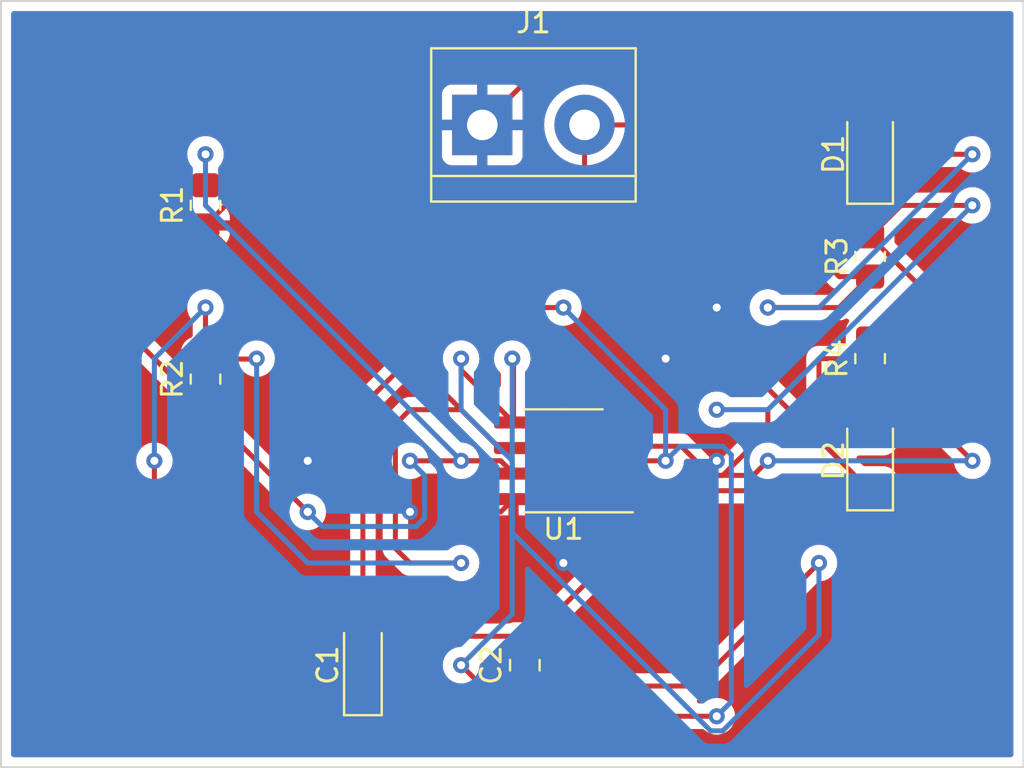
<source format=kicad_pcb>
(kicad_pcb (version 20211014) (generator pcbnew)
  (layers (0 "F.Cu" signal) (31 "B.Cu" signal) (34 "B.Paste" user) (35 "F.Paste" user) (36 "B.SilkS" user "B.Silkscreen") (37 "F.SilkS" user "F.Silkscreen") (38 "B.Mask" user) (39 "F.Mask" user) (44 "Edge.Cuts" user))
  (net 0 "")
  (net 1 "/pin_2")
  (net 2 "GND")
  (net 3 "Net-(C2-Pad1)")
  (net 4 "Net-(D1-Pad1)")
  (net 5 "+9V")
  (net 6 "Net-(D2-Pad2)")
  (net 7 "/pin_7")
  (net 8 "/pin_3")
  (footprint "Resistor_SMD:R_0805_2012Metric_Pad1.20x1.40mm_HandSolder" (layer "F.Cu") (at 144.78 83.82 90)
    (fp_text reference "R3" (at 0 -1.65 90) (layer "F.SilkS"))
    (fp_text value "1k")
    (fp_line (start -0.227064 0.735) (end 0.227064 0.735) (layer "F.SilkS") (width 0.12))
    (fp_line (start -0.227064 -0.735) (end 0.227064 -0.735) (layer "F.SilkS") (width 0.12))
    (pad "1" smd roundrect (at -1 0 90) (size 1.2 1.4) (layers "F.Cu" "F.Paste" "F.Mask") (roundrect_rratio 0.2083333333) (net 4 "Net-(D1-Pad1)"))
    (pad "2" smd roundrect (at 1 0 90) (size 1.2 1.4) (layers "F.Cu" "F.Paste" "F.Mask") (roundrect_rratio 0.2083333333) (net 8 "/pin_3"))
  )
  (footprint "Resistor_SMD:R_0805_2012Metric_Pad1.20x1.40mm_HandSolder" (layer "F.Cu") (at 144.78 88.9 90)
    (fp_text reference "R4" (at 0 -1.65 90) (layer "F.SilkS"))
    (fp_text value "1k")
    (fp_line (start -0.227064 0.735) (end 0.227064 0.735) (layer "F.SilkS") (width 0.12))
    (fp_line (start -0.227064 -0.735) (end 0.227064 -0.735) (layer "F.SilkS") (width 0.12))
    (pad "1" smd roundrect (at -1 0 90) (size 1.2 1.4) (layers "F.Cu" "F.Paste" "F.Mask") (roundrect_rratio 0.2083333333) (net 8 "/pin_3"))
    (pad "2" smd roundrect (at 1 0 90) (size 1.2 1.4) (layers "F.Cu" "F.Paste" "F.Mask") (roundrect_rratio 0.2083333333) (net 6 "Net-(D2-Pad2)"))
  )
  (footprint "Resistor_SMD:R_0805_2012Metric_Pad1.20x1.40mm_HandSolder" (layer "F.Cu") (at 111.76 81.28 90)
    (fp_text reference "R1" (at 0 -1.65 90) (layer "F.SilkS"))
    (fp_text value "1k")
    (fp_line (start -0.227064 0.735) (end 0.227064 0.735) (layer "F.SilkS") (width 0.12))
    (fp_line (start -0.227064 -0.735) (end 0.227064 -0.735) (layer "F.SilkS") (width 0.12))
    (pad "1" smd roundrect (at -1 0 90) (size 1.2 1.4) (layers "F.Cu" "F.Paste" "F.Mask") (roundrect_rratio 0.2083333333) (net 5 "+9V"))
    (pad "2" smd roundrect (at 1 0 90) (size 1.2 1.4) (layers "F.Cu" "F.Paste" "F.Mask") (roundrect_rratio 0.2083333333) (net 7 "/pin_7"))
  )
  (footprint "LED_SMD:LED_1206_3216Metric_Pad1.42x1.75mm_HandSolder" (layer "F.Cu") (at 144.78 78.74 90)
    (fp_text reference "D1" (at 0 -1.82 90) (layer "F.SilkS"))
    (fp_text value "LED")
    (fp_line (start 1.6 -1.135) (end -2.46 -1.135) (layer "F.SilkS") (width 0.12))
    (fp_line (start -2.46 -1.135) (end -2.46 1.135) (layer "F.SilkS") (width 0.12))
    (fp_line (start -2.46 1.135) (end 1.6 1.135) (layer "F.SilkS") (width 0.12))
    (pad "1" smd roundrect (at -1.4875 0 90) (size 1.425 1.75) (layers "F.Cu" "F.Paste" "F.Mask") (roundrect_rratio 0.1754392982) (net 4 "Net-(D1-Pad1)"))
    (pad "2" smd roundrect (at 1.4875 0 90) (size 1.425 1.75) (layers "F.Cu" "F.Paste" "F.Mask") (roundrect_rratio 0.1754392982) (net 5 "+9V"))
  )
  (footprint "TerminalBlock:TerminalBlock_bornier-2_P5.08mm" (layer "F.Cu") (at 125.5125 77.28125)
    (fp_text reference "J1" (at 2.54 -5.08) (layer "F.SilkS"))
    (fp_text value "Conn_01x02_Male")
    (fp_line (start 7.62 2.54) (end -2.54 2.54) (layer "F.SilkS") (width 0.12))
    (fp_line (start 7.62 3.81) (end 7.62 -3.81) (layer "F.SilkS") (width 0.12))
    (fp_line (start -2.54 3.81) (end 7.62 3.81) (layer "F.SilkS") (width 0.12))
    (fp_line (start 7.62 -3.81) (end -2.54 -3.81) (layer "F.SilkS") (width 0.12))
    (fp_line (start -2.54 -3.81) (end -2.54 3.81) (layer "F.SilkS") (width 0.12))
    (pad "1" thru_hole rect (at 0 0) (size 3 3) (drill 1.52) (layers *.Cu *.Mask) (net 5 "+9V"))
    (pad "2" thru_hole circle (at 5.08 0) (size 3 3) (drill 1.52) (layers *.Cu *.Mask) (net 2 "GND"))
  )
  (footprint "Resistor_SMD:R_0805_2012Metric_Pad1.20x1.40mm_HandSolder" (layer "F.Cu") (at 111.76 89.92 90)
    (fp_text reference "R2" (at 0 -1.65 90) (layer "F.SilkS"))
    (fp_text value "10k")
    (fp_line (start -0.227064 0.735) (end 0.227064 0.735) (layer "F.SilkS") (width 0.12))
    (fp_line (start -0.227064 -0.735) (end 0.227064 -0.735) (layer "F.SilkS") (width 0.12))
    (pad "1" smd roundrect (at -1 0 90) (size 1.2 1.4) (layers "F.Cu" "F.Paste" "F.Mask") (roundrect_rratio 0.2083333333) (net 7 "/pin_7"))
    (pad "2" smd roundrect (at 1 0 90) (size 1.2 1.4) (layers "F.Cu" "F.Paste" "F.Mask") (roundrect_rratio 0.2083333333) (net 1 "/pin_2"))
  )
  (footprint "Capacitor_Tantalum_SMD:CP_EIA-3216-18_Kemet-A_Pad1.58x1.35mm_HandSolder" (layer "F.Cu") (at 119.58 104.14 90)
    (fp_text reference "C1" (at 0 -1.75 90) (layer "F.SilkS"))
    (fp_text value "10uF")
    (fp_line (start -2.485 -0.935) (end -2.485 0.935) (layer "F.SilkS") (width 0.12))
    (fp_line (start 1.6 -0.935) (end -2.485 -0.935) (layer "F.SilkS") (width 0.12))
    (fp_line (start -2.485 0.935) (end 1.6 0.935) (layer "F.SilkS") (width 0.12))
    (pad "1" smd roundrect (at -1.4375 0 90) (size 1.575 1.35) (layers "F.Cu" "F.Paste" "F.Mask") (roundrect_rratio 0.1851851852) (net 1 "/pin_2"))
    (pad "2" smd roundrect (at 1.4375 0 90) (size 1.575 1.35) (layers "F.Cu" "F.Paste" "F.Mask") (roundrect_rratio 0.1851851852) (net 2 "GND"))
  )
  (footprint "Package_SO:SOIC-8-1EP_3.9x4.9mm_P1.27mm_EP2.29x3mm" (layer "F.Cu") (at 129.54 93.98 180)
    (fp_text reference "U1" (at 0 -3.4) (layer "F.SilkS"))
    (fp_text value "NE555D")
    (fp_line (start 0 2.56) (end -1.95 2.56) (layer "F.SilkS") (width 0.12))
    (fp_line (start 0 2.56) (end 1.95 2.56) (layer "F.SilkS") (width 0.12))
    (fp_line (start 0 -2.56) (end -3.45 -2.56) (layer "F.SilkS") (width 0.12))
    (fp_line (start 0 -2.56) (end 1.95 -2.56) (layer "F.SilkS") (width 0.12))
    (pad "1" smd roundrect (at -2.475 -1.905 180) (size 1.95 0.6) (layers "F.Cu" "F.Paste" "F.Mask") (net 2 "GND"))
    (pad "2" smd roundrect (at -2.475 -0.635 180) (size 1.95 0.6) (layers "F.Cu" "F.Paste" "F.Mask") (net 1 "/pin_2"))
    (pad "3" smd roundrect (at -2.475 0.635 180) (size 1.95 0.6) (layers "F.Cu" "F.Paste" "F.Mask") (net 8 "/pin_3"))
    (pad "4" smd roundrect (at -2.475 1.905 180) (size 1.95 0.6) (layers "F.Cu" "F.Paste" "F.Mask") (net 5 "+9V"))
    (pad "5" smd roundrect (at 2.475 1.905 180) (size 1.95 0.6) (layers "F.Cu" "F.Paste" "F.Mask") (net 3 "Net-(C2-Pad1)"))
    (pad "6" smd roundrect (at 2.475 0.635 180) (size 1.95 0.6) (layers "F.Cu" "F.Paste" "F.Mask") (net 1 "/pin_2"))
    (pad "7" smd roundrect (at 2.475 -0.635 180) (size 1.95 0.6) (layers "F.Cu" "F.Paste" "F.Mask") (net 7 "/pin_7"))
    (pad "8" smd roundrect (at 2.475 -1.905 180) (size 1.95 0.6) (layers "F.Cu" "F.Paste" "F.Mask") (net 5 "+9V"))
    (pad "9" smd rect (at 0 0 180) (size 2.29 3) (layers "F.Cu" "F.Mask"))
  )
  (footprint "Capacitor_SMD:C_0805_2012Metric_Pad1.18x1.45mm_HandSolder" (layer "F.Cu") (at 127.625 104.14 90)
    (fp_text reference "C2" (at 0 -1.68 270) (layer "F.SilkS"))
    (fp_text value "0.01uF")
    (fp_line (start -0.261252 0.735) (end 0.261252 0.735) (layer "F.SilkS") (width 0.12))
    (fp_line (start -0.261252 -0.735) (end 0.261252 -0.735) (layer "F.SilkS") (width 0.12))
    (pad "1" smd roundrect (at -1.0375 0 90) (size 1.175 1.45) (layers "F.Cu" "F.Paste" "F.Mask") (roundrect_rratio 0.2127659574) (net 3 "Net-(C2-Pad1)"))
    (pad "2" smd roundrect (at 1.0375 0 90) (size 1.175 1.45) (layers "F.Cu" "F.Paste" "F.Mask") (roundrect_rratio 0.2127659574) (net 2 "GND"))
  )
  (footprint "LED_SMD:LED_1206_3216Metric_Pad1.42x1.75mm_HandSolder" (layer "F.Cu") (at 144.78 93.98 90)
    (fp_text reference "D2" (at 0 -1.82 90) (layer "F.SilkS"))
    (fp_text value "LED")
    (fp_line (start -2.46 -1.135) (end -2.46 1.135) (layer "F.SilkS") (width 0.12))
    (fp_line (start -2.46 1.135) (end 1.6 1.135) (layer "F.SilkS") (width 0.12))
    (fp_line (start 1.6 -1.135) (end -2.46 -1.135) (layer "F.SilkS") (width 0.12))
    (pad "1" smd roundrect (at -1.4875 0 90) (size 1.425 1.75) (layers "F.Cu" "F.Paste" "F.Mask") (roundrect_rratio 0.1754392982) (net 2 "GND"))
    (pad "2" smd roundrect (at 1.4875 0 90) (size 1.425 1.75) (layers "F.Cu" "F.Paste" "F.Mask") (roundrect_rratio 0.1754392982) (net 6 "Net-(D2-Pad2)"))
  )
  (gr_rect (start 101.6 71.12) (end 152.4 109.22) (layer "Edge.Cuts") (width 0.1) (fill none))
  (segment (start 109.22 95.2175) (end 109.22 93.98) (width 0.25) (layer "F.Cu") (net 1))
  (segment (start 132.65 93.98) (end 134.62 93.98) (width 0.25) (layer "F.Cu") (net 1))
  (segment (start 121.92 91.44) (end 121.195 92.165) (width 0.25) (layer "F.Cu") (net 1))
  (segment (start 126.365 93.345) (end 124.46 91.44) (width 0.25) (layer "F.Cu") (net 1))
  (segment (start 114.28 88.92) (end 114.3 88.9) (width 0.25) (layer "F.Cu") (net 1))
  (segment (start 127.065 93.345) (end 126.365 93.345) (width 0.25) (layer "F.Cu") (net 1))
  (segment (start 124.46 91.44) (end 121.92 91.44) (width 0.25) (layer "F.Cu") (net 1))
  (segment (start 111.76 88.92) (end 114.28 88.92) (width 0.25) (layer "F.Cu") (net 1))
  (segment (start 125.096396 86.36) (end 129.54 86.36) (width 0.25) (layer "F.Cu") (net 1))
  (segment (start 127.065 93.345) (end 127 93.41) (width 0.25) (layer "F.Cu") (net 1))
  (segment (start 111.76 88.92) (end 111.76 86.36) (width 0.25) (layer "F.Cu") (net 1))
  (segment (start 119.58 105.5775) (end 109.22 95.2175) (width 0.25) (layer "F.Cu") (net 1))
  (segment (start 121.195 98.335) (end 121.92 99.06) (width 0.25) (layer "F.Cu") (net 1))
  (segment (start 132.015 94.615) (end 132.65 93.98) (width 0.25) (layer "F.Cu") (net 1))
  (segment (start 126.43 93.41) (end 122.238198 89.218198) (width 0.25) (layer "F.Cu") (net 1))
  (segment (start 121.92 99.06) (end 124.46 99.06) (width 0.25) (layer "F.Cu") (net 1))
  (segment (start 127 93.41) (end 126.43 93.41) (width 0.25) (layer "F.Cu") (net 1))
  (segment (start 119.58 105.5775) (end 120.6825 106.68) (width 0.25) (layer "F.Cu") (net 1))
  (segment (start 122.238198 89.218198) (end 125.096396 86.36) (width 0.25) (layer "F.Cu") (net 1))
  (segment (start 121.195 92.165) (end 121.195 98.335) (width 0.25) (layer "F.Cu") (net 1))
  (segment (start 120.6825 106.68) (end 137.16 106.68) (width 0.25) (layer "F.Cu") (net 1))
  (via (at 114.3 88.9) (size 0.8) (drill 0.4) (layers "F.Cu" "B.Cu") (net 1))
  (via (at 129.54 86.36) (size 0.8) (drill 0.4) (layers "F.Cu" "B.Cu") (net 1))
  (via (at 134.62 93.98) (size 0.8) (drill 0.4) (layers "F.Cu" "B.Cu") (net 1))
  (via (at 137.16 106.68) (size 0.8) (drill 0.4) (layers "F.Cu" "B.Cu") (net 1))
  (via (at 109.22 93.98) (size 0.8) (drill 0.4) (layers "F.Cu" "B.Cu") (net 1))
  (via (at 111.76 86.36) (size 0.8) (drill 0.4) (layers "F.Cu" "B.Cu") (net 1))
  (via (at 124.46 99.06) (size 0.8) (drill 0.4) (layers "F.Cu" "B.Cu") (net 1))
  (segment (start 137.460305 93.255) (end 137.885 93.679695) (width 0.25) (layer "B.Cu") (net 1))
  (segment (start 134.62 93.98) (end 135.345 93.255) (width 0.25) (layer "B.Cu") (net 1))
  (segment (start 134.62 91.44) (end 134.62 93.98) (width 0.25) (layer "B.Cu") (net 1))
  (segment (start 135.345 93.255) (end 137.460305 93.255) (width 0.25) (layer "B.Cu") (net 1))
  (segment (start 116.84 99.06) (end 114.3 96.52) (width 0.25) (layer "B.Cu") (net 1))
  (segment (start 109.22 93.98) (end 109.22 88.9) (width 0.25) (layer "B.Cu") (net 1))
  (segment (start 137.885 105.955) (end 137.16 106.68) (width 0.25) (layer "B.Cu") (net 1))
  (segment (start 124.46 99.06) (end 116.84 99.06) (width 0.25) (layer "B.Cu") (net 1))
  (segment (start 114.3 96.52) (end 114.3 88.9) (width 0.25) (layer "B.Cu") (net 1))
  (segment (start 109.22 88.9) (end 111.76 86.36) (width 0.25) (layer "B.Cu") (net 1))
  (segment (start 129.54 86.36) (end 134.62 91.44) (width 0.25) (layer "B.Cu") (net 1))
  (segment (start 137.885 93.679695) (end 137.885 105.955) (width 0.25) (layer "B.Cu") (net 1))
  (segment (start 127.225 102.7025) (end 119.58 102.7025) (width 0.25) (layer "F.Cu") (net 2))
  (segment (start 127.625 103.1025) (end 127.225 102.7025) (width 0.25) (layer "F.Cu") (net 2))
  (segment (start 119.58 91.24) (end 130.5925 80.2275) (width 0.25) (layer "F.Cu") (net 2))
  (segment (start 130.5925 80.2275) (end 130.5925 77.28125) (width 0.25) (layer "F.Cu") (net 2))
  (segment (start 134.62 85.3075) (end 144.78 95.4675) (width 0.25) (layer "F.Cu") (net 2))
  (segment (start 134.62 77.28125) (end 130.5925 77.28125) (width 0.25) (layer "F.Cu") (net 2))
  (segment (start 132.015 95.885) (end 132.015 98.7125) (width 0.25) (layer "F.Cu") (net 2))
  (segment (start 132.015 95.885) (end 132.4325 95.4675) (width 0.25) (layer "F.Cu") (net 2))
  (segment (start 119.58 102.7025) (end 119.58 91.24) (width 0.25) (layer "F.Cu") (net 2))
  (segment (start 132.4325 95.4675) (end 144.78 95.4675) (width 0.25) (layer "F.Cu") (net 2))
  (segment (start 132.015 98.7125) (end 127.625 103.1025) (width 0.25) (layer "F.Cu") (net 2))
  (segment (start 134.62 77.28125) (end 134.62 85.3075) (width 0.25) (layer "F.Cu") (net 2))
  (segment (start 130.5925 77.28125) (end 130.99875 77.28125) (width 0.25) (layer "B.Cu") (net 2))
  (segment (start 127.065 92.075) (end 124.46 89.47) (width 0.25) (layer "F.Cu") (net 3))
  (segment (start 136.1225 105.1775) (end 142.24 99.06) (width 0.25) (layer "F.Cu") (net 3))
  (segment (start 127.625 106.055) (end 127.45 106.23) (width 0.25) (layer "F.Cu") (net 3))
  (segment (start 127.45 106.23) (end 126.55 106.23) (width 0.25) (layer "F.Cu") (net 3))
  (segment (start 127.065 92.075) (end 127.065 88.965) (width 0.25) (layer "F.Cu") (net 3))
  (segment (start 124.46 89.47) (end 124.46 88.9) (width 0.25) (layer "F.Cu") (net 3))
  (segment (start 127.625 105.1775) (end 127.625 106.055) (width 0.25) (layer "F.Cu") (net 3))
  (segment (start 127.065 88.965) (end 127 88.9) (width 0.25) (layer "F.Cu") (net 3))
  (segment (start 126.55 106.23) (end 124.46 104.14) (width 0.25) (layer "F.Cu") (net 3))
  (segment (start 127.625 105.1775) (end 136.1225 105.1775) (width 0.25) (layer "F.Cu") (net 3))
  (via (at 142.24 99.06) (size 0.8) (drill 0.4) (layers "F.Cu" "B.Cu") (net 3))
  (via (at 127 88.9) (size 0.8) (drill 0.4) (layers "F.Cu" "B.Cu") (net 3))
  (via (at 124.46 104.14) (size 0.8) (drill 0.4) (layers "F.Cu" "B.Cu") (net 3))
  (via (at 124.46 88.9) (size 0.8) (drill 0.4) (layers "F.Cu" "B.Cu") (net 3))
  (segment (start 124.46 88.9) (end 124.46 91.44) (width 0.25) (layer "B.Cu") (net 3))
  (segment (start 136.859695 107.405) (end 137.460305 107.405) (width 0.25) (layer "B.Cu") (net 3))
  (segment (start 142.24 102.625305) (end 142.24 99.06) (width 0.25) (layer "B.Cu") (net 3))
  (segment (start 137.460305 107.405) (end 142.24 102.625305) (width 0.25) (layer "B.Cu") (net 3))
  (segment (start 127 97.545305) (end 136.859695 107.405) (width 0.25) (layer "B.Cu") (net 3))
  (segment (start 127 93.98) (end 127 101.6) (width 0.25) (layer "B.Cu") (net 3))
  (segment (start 124.46 91.44) (end 127 93.98) (width 0.25) (layer "B.Cu") (net 3))
  (segment (start 127 88.9) (end 127 97.545305) (width 0.25) (layer "B.Cu") (net 3))
  (segment (start 127 101.6) (end 124.46 104.14) (width 0.25) (layer "B.Cu") (net 3))
  (segment (start 144.78 84.82) (end 143.24 86.36) (width 0.25) (layer "F.Cu") (net 4))
  (segment (start 143.24 86.36) (end 139.7 86.36) (width 0.25) (layer "F.Cu") (net 4))
  (segment (start 146.2675 78.74) (end 149.86 78.74) (width 0.25) (layer "F.Cu") (net 4))
  (segment (start 144.78 80.2275) (end 142.24 82.7675) (width 0.25) (layer "F.Cu") (net 4))
  (segment (start 142.24 83.82) (end 143.24 84.82) (width 0.25) (layer "F.Cu") (net 4))
  (segment (start 144.78 80.2275) (end 146.2675 78.74) (width 0.25) (layer "F.Cu") (net 4))
  (segment (start 142.24 82.7675) (end 142.24 83.82) (width 0.25) (layer "F.Cu") (net 4))
  (segment (start 143.24 84.82) (end 144.78 84.82) (width 0.25) (layer "F.Cu") (net 4))
  (via (at 149.86 78.74) (size 0.8) (drill 0.4) (layers "F.Cu" "B.Cu") (net 4))
  (via (at 139.7 86.36) (size 0.8) (drill 0.4) (layers "F.Cu" "B.Cu") (net 4))
  (via (at 139.7 86.36) (size 0.8) (drill 0.4) (layers "F.Cu" "B.Cu") (net 4))
  (segment (start 149.86 78.74) (end 142.24 86.36) (width 0.25) (layer "B.Cu") (net 4))
  (segment (start 142.24 86.36) (end 139.7 86.36) (width 0.25) (layer "B.Cu") (net 4))
  (segment (start 132.015 92.075) (end 135.255 92.075) (width 0.25) (layer "F.Cu") (net 5))
  (segment (start 127.065 96.585) (end 129.54 99.06) (width 0.25) (layer "F.Cu") (net 5))
  (segment (start 116.75875 77.28125) (end 111.76 82.28) (width 0.25) (layer "F.Cu") (net 5))
  (segment (start 125.5125 77.28125) (end 116.75875 77.28125) (width 0.25) (layer "F.Cu") (net 5))
  (segment (start 129.13375 73.66) (end 144.78 73.66) (width 0.25) (layer "F.Cu") (net 5))
  (segment (start 144.78 77.2525) (end 144.78 73.66) (width 0.25) (layer "F.Cu") (net 5))
  (segment (start 135.255 92.075) (end 137.16 93.98) (width 0.25) (layer "F.Cu") (net 5))
  (segment (start 116.84 87.36) (end 116.84 93.98) (width 0.25) (layer "F.Cu") (net 5))
  (segment (start 127.065 95.885) (end 127.065 96.585) (width 0.25) (layer "F.Cu") (net 5))
  (segment (start 132.015 92.075) (end 134.62 89.47) (width 0.25) (layer "F.Cu") (net 5))
  (segment (start 127.065 95.885) (end 126.43 96.52) (width 0.25) (layer "F.Cu") (net 5))
  (segment (start 111.76 82.28) (end 116.84 87.36) (width 0.25) (layer "F.Cu") (net 5))
  (segment (start 144.78 77.2525) (end 137.16 84.8725) (width 0.25) (layer "F.Cu") (net 5))
  (segment (start 134.62 89.47) (end 134.62 88.9) (width 0.25) (layer "F.Cu") (net 5))
  (segment (start 126.43 96.52) (end 121.92 96.52) (width 0.25) (layer "F.Cu") (net 5))
  (segment (start 125.5125 77.28125) (end 129.13375 73.66) (width 0.25) (layer "F.Cu") (net 5))
  (segment (start 137.16 84.8725) (end 137.16 86.36) (width 0.25) (layer "F.Cu") (net 5))
  (via (at 121.92 96.52) (size 0.8) (drill 0.4) (layers "F.Cu" "B.Cu") (net 5))
  (via (at 129.54 99.06) (size 0.8) (drill 0.4) (layers "F.Cu" "B.Cu") (net 5))
  (via (at 137.16 86.36) (size 0.8) (drill 0.4) (layers "F.Cu" "B.Cu") (net 5))
  (via (at 134.62 88.9) (size 0.8) (drill 0.4) (layers "F.Cu" "B.Cu") (net 5))
  (via (at 116.84 93.98) (size 0.8) (drill 0.4) (layers "F.Cu" "B.Cu") (net 5))
  (via (at 137.16 93.98) (size 0.8) (drill 0.4) (layers "F.Cu" "B.Cu") (net 5))
  (segment (start 119.38 93.98) (end 121.92 96.52) (width 0.25) (layer "B.Cu") (net 5))
  (segment (start 134.62 88.9) (end 137.16 86.36) (width 0.25) (layer "B.Cu") (net 5))
  (segment (start 116.84 93.98) (end 119.38 93.98) (width 0.25) (layer "B.Cu") (net 5))
  (segment (start 129.54 99.06) (end 132.08 99.06) (width 0.25) (layer "B.Cu") (net 5))
  (segment (start 132.08 99.06) (end 137.16 93.98) (width 0.25) (layer "B.Cu") (net 5))
  (segment (start 142.24 91.44) (end 143.2925 92.4925) (width 0.25) (layer "F.Cu") (net 6))
  (segment (start 143.2925 92.4925) (end 144.78 92.4925) (width 0.25) (layer "F.Cu") (net 6))
  (segment (start 143.78 88.9) (end 142.24 88.9) (width 0.25) (layer "F.Cu") (net 6))
  (segment (start 144.78 87.9) (end 143.78 88.9) (width 0.25) (layer "F.Cu") (net 6))
  (segment (start 142.24 88.9) (end 142.24 91.44) (width 0.25) (layer "F.Cu") (net 6))
  (segment (start 111.76 80.28) (end 107.68 80.28) (width 0.25) (layer "F.Cu") (net 7))
  (segment (start 111.76 91.44) (end 116.84 96.52) (width 0.25) (layer "F.Cu") (net 7))
  (segment (start 126.43 93.98) (end 124.46 93.98) (width 0.25) (layer "F.Cu") (net 7))
  (segment (start 126.43 93.98) (end 124.46 93.98) (width 0.25) (layer "F.Cu") (net 7))
  (segment (start 124.46 93.98) (end 121.92 93.98) (width 0.25) (layer "F.Cu") (net 7))
  (segment (start 106.68 81.28) (end 106.68 86.36) (width 0.25) (layer "F.Cu") (net 7))
  (segment (start 106.68 86.36) (end 111.76 91.44) (width 0.25) (layer "F.Cu") (net 7))
  (segment (start 111.76 90.92) (end 111.76 91.44) (width 0.25) (layer "F.Cu") (net 7))
  (segment (start 127.065 94.615) (end 126.43 93.98) (width 0.25) (layer "F.Cu") (net 7))
  (segment (start 107.68 80.28) (end 106.68 81.28) (width 0.25) (layer "F.Cu") (net 7))
  (segment (start 111.76 80.28) (end 111.76 78.74) (width 0.25) (layer "F.Cu") (net 7))
  (via (at 111.76 78.74) (size 0.8) (drill 0.4) (layers "F.Cu" "B.Cu") (net 7))
  (via (at 116.84 96.52) (size 0.8) (drill 0.4) (layers "F.Cu" "B.Cu") (net 7))
  (via (at 124.46 93.98) (size 0.8) (drill 0.4) (layers "F.Cu" "B.Cu") (net 7))
  (via (at 121.92 93.98) (size 0.8) (drill 0.4) (layers "F.Cu" "B.Cu") (net 7))
  (via (at 116.84 96.52) (size 0.8) (drill 0.4) (layers "F.Cu" "B.Cu") (net 7))
  (via (at 121.92 93.98) (size 0.8) (drill 0.4) (layers "F.Cu" "B.Cu") (net 7))
  (segment (start 111.76 81.28) (end 111.76 78.74) (width 0.25) (layer "B.Cu") (net 7))
  (segment (start 124.46 93.98) (end 111.76 81.28) (width 0.25) (layer "B.Cu") (net 7))
  (segment (start 122.645 94.705) (end 121.92 93.98) (width 0.25) (layer "B.Cu") (net 7))
  (segment (start 122.220305 97.245) (end 122.645 96.820305) (width 0.25) (layer "B.Cu") (net 7))
  (segment (start 122.645 96.820305) (end 122.645 94.705) (width 0.25) (layer "B.Cu") (net 7))
  (segment (start 117.565 97.245) (end 122.220305 97.245) (width 0.25) (layer "B.Cu") (net 7))
  (segment (start 116.84 96.52) (end 117.565 97.245) (width 0.25) (layer "B.Cu") (net 7))
  (segment (start 147.32 85.36) (end 147.32 88.9) (width 0.25) (layer "F.Cu") (net 8))
  (segment (start 136.8475 94.705) (end 137.460305 94.705) (width 0.25) (layer "F.Cu") (net 8))
  (segment (start 132.015 93.345) (end 132.08 93.41) (width 0.25) (layer "F.Cu") (net 8))
  (segment (start 144.78 82.82) (end 147.32 85.36) (width 0.25) (layer "F.Cu") (net 8))
  (segment (start 132.105 93.255) (end 135.3975 93.255) (width 0.25) (layer "F.Cu") (net 8))
  (segment (start 144.78 82.82) (end 146.32 81.28) (width 0.25) (layer "F.Cu") (net 8))
  (segment (start 147.32 88.9) (end 146.32 89.9) (width 0.25) (layer "F.Cu") (net 8))
  (segment (start 144.78 89.9) (end 145.78 89.9) (width 0.25) (layer "F.Cu") (net 8))
  (segment (start 146.32 89.9) (end 144.78 89.9) (width 0.25) (layer "F.Cu") (net 8))
  (segment (start 138.975 94.705) (end 139.7 93.98) (width 0.25) (layer "F.Cu") (net 8))
  (segment (start 146.32 81.28) (end 149.86 81.28) (width 0.25) (layer "F.Cu") (net 8))
  (segment (start 137.460305 94.705) (end 139.7 92.465305) (width 0.25) (layer "F.Cu") (net 8))
  (segment (start 136.8475 94.705) (end 138.975 94.705) (width 0.25) (layer "F.Cu") (net 8))
  (segment (start 145.78 89.9) (end 149.86 93.98) (width 0.25) (layer "F.Cu") (net 8))
  (segment (start 135.3975 93.255) (end 136.8475 94.705) (width 0.25) (layer "F.Cu") (net 8))
  (segment (start 139.7 91.44) (end 137.16 91.44) (width 0.25) (layer "F.Cu") (net 8))
  (segment (start 139.7 92.465305) (end 139.7 91.44) (width 0.25) (layer "F.Cu") (net 8))
  (via (at 139.7 93.98) (size 0.8) (drill 0.4) (layers "F.Cu" "B.Cu") (net 8))
  (via (at 149.86 81.28) (size 0.8) (drill 0.4) (layers "F.Cu" "B.Cu") (net 8))
  (via (at 137.16 91.44) (size 0.8) (drill 0.4) (layers "F.Cu" "B.Cu") (net 8))
  (via (at 149.86 93.98) (size 0.8) (drill 0.4) (layers "F.Cu" "B.Cu") (net 8))
  (segment (start 139.7 91.44) (end 137.16 91.44) (width 0.25) (layer "B.Cu") (net 8))
  (segment (start 149.86 81.28) (end 139.7 91.44) (width 0.25) (layer "B.Cu") (net 8))
  (segment (start 149.86 93.98) (end 139.7 93.98) (width 0.25) (layer "B.Cu") (net 8))
  (zone (net 5) (net_name "+9V") (layer "F.Cu") (connect_pads (clearance 0.508)) (min_thickness 0.254) (fill yes (thermal_gap 0.508) (thermal_bridge_width 0.508))
    (polygon (pts (xy 152.4 109.22) (xy 101.6 109.22) (xy 101.6 71.12) (xy 152.4 71.12)))
  )
  (zone (net 5) (net_name "+9V") (layer "B.Cu") (connect_pads (clearance 0.508)) (min_thickness 0.254) (fill yes (thermal_gap 0.508) (thermal_bridge_width 0.508))
    (polygon (pts (xy 152.4 109.22) (xy 101.6 109.22) (xy 101.6 71.12) (xy 152.4 71.12)))
  )
  (zone (net 5) (net_name "+9V") (layer "B.Cu") (connect_pads (clearance 0.508)) (min_thickness 0.254) (fill yes (thermal_gap 0.508) (thermal_bridge_width 0.508))
    (polygon (pts (xy 152.4 109.22) (xy 101.6 109.22) (xy 101.6 71.12) (xy 152.4 71.12)))
  )
)
</source>
